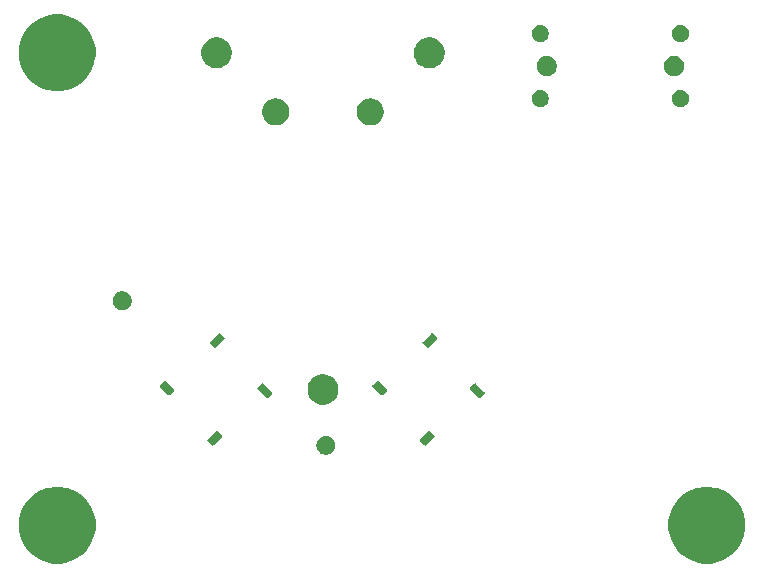
<source format=gbr>
G04 #@! TF.GenerationSoftware,KiCad,Pcbnew,(5.1.5-0)*
G04 #@! TF.CreationDate,2020-09-28T19:51:33-07:00*
G04 #@! TF.ProjectId,Luminometer_ADC,4c756d69-6e6f-46d6-9574-65725f414443,rev?*
G04 #@! TF.SameCoordinates,Original*
G04 #@! TF.FileFunction,Soldermask,Bot*
G04 #@! TF.FilePolarity,Negative*
%FSLAX46Y46*%
G04 Gerber Fmt 4.6, Leading zero omitted, Abs format (unit mm)*
G04 Created by KiCad (PCBNEW (5.1.5-0)) date 2020-09-28 19:51:33*
%MOMM*%
%LPD*%
G04 APERTURE LIST*
%ADD10C,0.100000*%
G04 APERTURE END LIST*
D10*
G36*
X175634239Y-121811467D02*
G01*
X175948282Y-121873934D01*
X176539926Y-122119001D01*
X177072392Y-122474784D01*
X177525216Y-122927608D01*
X177880999Y-123460074D01*
X178126066Y-124051718D01*
X178251000Y-124679804D01*
X178251000Y-125320196D01*
X178126066Y-125948282D01*
X177880999Y-126539926D01*
X177525216Y-127072392D01*
X177072392Y-127525216D01*
X176539926Y-127880999D01*
X175948282Y-128126066D01*
X175634239Y-128188533D01*
X175320197Y-128251000D01*
X174679803Y-128251000D01*
X174365761Y-128188533D01*
X174051718Y-128126066D01*
X173460074Y-127880999D01*
X172927608Y-127525216D01*
X172474784Y-127072392D01*
X172119001Y-126539926D01*
X171873934Y-125948282D01*
X171749000Y-125320196D01*
X171749000Y-124679804D01*
X171873934Y-124051718D01*
X172119001Y-123460074D01*
X172474784Y-122927608D01*
X172927608Y-122474784D01*
X173460074Y-122119001D01*
X174051718Y-121873934D01*
X174365761Y-121811467D01*
X174679803Y-121749000D01*
X175320197Y-121749000D01*
X175634239Y-121811467D01*
G37*
G36*
X120634239Y-121811467D02*
G01*
X120948282Y-121873934D01*
X121539926Y-122119001D01*
X122072392Y-122474784D01*
X122525216Y-122927608D01*
X122880999Y-123460074D01*
X123126066Y-124051718D01*
X123251000Y-124679804D01*
X123251000Y-125320196D01*
X123126066Y-125948282D01*
X122880999Y-126539926D01*
X122525216Y-127072392D01*
X122072392Y-127525216D01*
X121539926Y-127880999D01*
X120948282Y-128126066D01*
X120634239Y-128188533D01*
X120320197Y-128251000D01*
X119679803Y-128251000D01*
X119365761Y-128188533D01*
X119051718Y-128126066D01*
X118460074Y-127880999D01*
X117927608Y-127525216D01*
X117474784Y-127072392D01*
X117119001Y-126539926D01*
X116873934Y-125948282D01*
X116749000Y-125320196D01*
X116749000Y-124679804D01*
X116873934Y-124051718D01*
X117119001Y-123460074D01*
X117474784Y-122927608D01*
X117927608Y-122474784D01*
X118460074Y-122119001D01*
X119051718Y-121873934D01*
X119365761Y-121811467D01*
X119679803Y-121749000D01*
X120320197Y-121749000D01*
X120634239Y-121811467D01*
G37*
G36*
X142981642Y-117466781D02*
G01*
X143107610Y-117518959D01*
X143127416Y-117527163D01*
X143258608Y-117614822D01*
X143370178Y-117726392D01*
X143445814Y-117839590D01*
X143457838Y-117857586D01*
X143518219Y-118003358D01*
X143549000Y-118158107D01*
X143549000Y-118315893D01*
X143518219Y-118470642D01*
X143457838Y-118616414D01*
X143457837Y-118616416D01*
X143370178Y-118747608D01*
X143258608Y-118859178D01*
X143127416Y-118946837D01*
X143127415Y-118946838D01*
X143127414Y-118946838D01*
X142981642Y-119007219D01*
X142826893Y-119038000D01*
X142669107Y-119038000D01*
X142514358Y-119007219D01*
X142368586Y-118946838D01*
X142368585Y-118946838D01*
X142368584Y-118946837D01*
X142237392Y-118859178D01*
X142125822Y-118747608D01*
X142038163Y-118616416D01*
X142038162Y-118616414D01*
X141977781Y-118470642D01*
X141947000Y-118315893D01*
X141947000Y-118158107D01*
X141977781Y-118003358D01*
X142038162Y-117857586D01*
X142050186Y-117839590D01*
X142125822Y-117726392D01*
X142237392Y-117614822D01*
X142368584Y-117527163D01*
X142388390Y-117518959D01*
X142514358Y-117466781D01*
X142669107Y-117436000D01*
X142826893Y-117436000D01*
X142981642Y-117466781D01*
G37*
G36*
X151537639Y-117004979D02*
G01*
X151558720Y-117011375D01*
X151578156Y-117021763D01*
X151599953Y-117039651D01*
X151927858Y-117367556D01*
X151945746Y-117389353D01*
X151956134Y-117408789D01*
X151962530Y-117429870D01*
X151964689Y-117451798D01*
X151962530Y-117473726D01*
X151956134Y-117494807D01*
X151945746Y-117514243D01*
X151927858Y-117536040D01*
X151246399Y-118217499D01*
X151224602Y-118235387D01*
X151205166Y-118245775D01*
X151184085Y-118252171D01*
X151162157Y-118254330D01*
X151140229Y-118252171D01*
X151119148Y-118245775D01*
X151099712Y-118235387D01*
X151077915Y-118217499D01*
X150750010Y-117889594D01*
X150732122Y-117867797D01*
X150721734Y-117848361D01*
X150715338Y-117827280D01*
X150713179Y-117805352D01*
X150715338Y-117783424D01*
X150721734Y-117762343D01*
X150732122Y-117742907D01*
X150750010Y-117721110D01*
X151431469Y-117039651D01*
X151453266Y-117021763D01*
X151472702Y-117011375D01*
X151493783Y-117004979D01*
X151515711Y-117002820D01*
X151537639Y-117004979D01*
G37*
G36*
X133537639Y-117004979D02*
G01*
X133558720Y-117011375D01*
X133578156Y-117021763D01*
X133599953Y-117039651D01*
X133927858Y-117367556D01*
X133945746Y-117389353D01*
X133956134Y-117408789D01*
X133962530Y-117429870D01*
X133964689Y-117451798D01*
X133962530Y-117473726D01*
X133956134Y-117494807D01*
X133945746Y-117514243D01*
X133927858Y-117536040D01*
X133246399Y-118217499D01*
X133224602Y-118235387D01*
X133205166Y-118245775D01*
X133184085Y-118252171D01*
X133162157Y-118254330D01*
X133140229Y-118252171D01*
X133119148Y-118245775D01*
X133099712Y-118235387D01*
X133077915Y-118217499D01*
X132750010Y-117889594D01*
X132732122Y-117867797D01*
X132721734Y-117848361D01*
X132715338Y-117827280D01*
X132713179Y-117805352D01*
X132715338Y-117783424D01*
X132721734Y-117762343D01*
X132732122Y-117742907D01*
X132750010Y-117721110D01*
X133431469Y-117039651D01*
X133453266Y-117021763D01*
X133472702Y-117011375D01*
X133493783Y-117004979D01*
X133515711Y-117002820D01*
X133537639Y-117004979D01*
G37*
G36*
X142879487Y-112248996D02*
G01*
X143116253Y-112347068D01*
X143116255Y-112347069D01*
X143329339Y-112489447D01*
X143510553Y-112670661D01*
X143594977Y-112797010D01*
X143652932Y-112883747D01*
X143751004Y-113120513D01*
X143801000Y-113371861D01*
X143801000Y-113628139D01*
X143751004Y-113879487D01*
X143697138Y-114009530D01*
X143652931Y-114116255D01*
X143510553Y-114329339D01*
X143329339Y-114510553D01*
X143116255Y-114652931D01*
X143116254Y-114652932D01*
X143116253Y-114652932D01*
X142879487Y-114751004D01*
X142628139Y-114801000D01*
X142371861Y-114801000D01*
X142120513Y-114751004D01*
X141883747Y-114652932D01*
X141883746Y-114652932D01*
X141883745Y-114652931D01*
X141670661Y-114510553D01*
X141489447Y-114329339D01*
X141347069Y-114116255D01*
X141302862Y-114009530D01*
X141248996Y-113879487D01*
X141199000Y-113628139D01*
X141199000Y-113371861D01*
X141248996Y-113120513D01*
X141347068Y-112883747D01*
X141405024Y-112797010D01*
X141489447Y-112670661D01*
X141670661Y-112489447D01*
X141883745Y-112347069D01*
X141883747Y-112347068D01*
X142120513Y-112248996D01*
X142371861Y-112199000D01*
X142628139Y-112199000D01*
X142879487Y-112248996D01*
G37*
G36*
X137426726Y-112974470D02*
G01*
X137447807Y-112980866D01*
X137467243Y-112991254D01*
X137489040Y-113009142D01*
X138170499Y-113690601D01*
X138188387Y-113712398D01*
X138198775Y-113731834D01*
X138205171Y-113752915D01*
X138207330Y-113774843D01*
X138205171Y-113796771D01*
X138198775Y-113817852D01*
X138188387Y-113837288D01*
X138170499Y-113859085D01*
X137842594Y-114186990D01*
X137820797Y-114204878D01*
X137801361Y-114215266D01*
X137780280Y-114221662D01*
X137758352Y-114223821D01*
X137736424Y-114221662D01*
X137715343Y-114215266D01*
X137695907Y-114204878D01*
X137674110Y-114186990D01*
X136992651Y-113505531D01*
X136974763Y-113483734D01*
X136964375Y-113464298D01*
X136957979Y-113443217D01*
X136955820Y-113421289D01*
X136957979Y-113399361D01*
X136964375Y-113378280D01*
X136974763Y-113358844D01*
X136992651Y-113337047D01*
X137320556Y-113009142D01*
X137342353Y-112991254D01*
X137361789Y-112980866D01*
X137382870Y-112974470D01*
X137404798Y-112972311D01*
X137426726Y-112974470D01*
G37*
G36*
X155426726Y-112974470D02*
G01*
X155447807Y-112980866D01*
X155467243Y-112991254D01*
X155489040Y-113009142D01*
X156170499Y-113690601D01*
X156188387Y-113712398D01*
X156198775Y-113731834D01*
X156205171Y-113752915D01*
X156207330Y-113774843D01*
X156205171Y-113796771D01*
X156198775Y-113817852D01*
X156188387Y-113837288D01*
X156170499Y-113859085D01*
X155842594Y-114186990D01*
X155820797Y-114204878D01*
X155801361Y-114215266D01*
X155780280Y-114221662D01*
X155758352Y-114223821D01*
X155736424Y-114221662D01*
X155715343Y-114215266D01*
X155695907Y-114204878D01*
X155674110Y-114186990D01*
X154992651Y-113505531D01*
X154974763Y-113483734D01*
X154964375Y-113464298D01*
X154957979Y-113443217D01*
X154955820Y-113421289D01*
X154957979Y-113399361D01*
X154964375Y-113378280D01*
X154974763Y-113358844D01*
X154992651Y-113337047D01*
X155320556Y-113009142D01*
X155342353Y-112991254D01*
X155361789Y-112980866D01*
X155382870Y-112974470D01*
X155404798Y-112972311D01*
X155426726Y-112974470D01*
G37*
G36*
X129153576Y-112762338D02*
G01*
X129174657Y-112768734D01*
X129194093Y-112779122D01*
X129215890Y-112797010D01*
X129897349Y-113478469D01*
X129915237Y-113500266D01*
X129925625Y-113519702D01*
X129932021Y-113540783D01*
X129934180Y-113562711D01*
X129932021Y-113584639D01*
X129925625Y-113605720D01*
X129915237Y-113625156D01*
X129897349Y-113646953D01*
X129569444Y-113974858D01*
X129547647Y-113992746D01*
X129528211Y-114003134D01*
X129507130Y-114009530D01*
X129485202Y-114011689D01*
X129463274Y-114009530D01*
X129442193Y-114003134D01*
X129422757Y-113992746D01*
X129400960Y-113974858D01*
X128719501Y-113293399D01*
X128701613Y-113271602D01*
X128691225Y-113252166D01*
X128684829Y-113231085D01*
X128682670Y-113209157D01*
X128684829Y-113187229D01*
X128691225Y-113166148D01*
X128701613Y-113146712D01*
X128719501Y-113124915D01*
X129047406Y-112797010D01*
X129069203Y-112779122D01*
X129088639Y-112768734D01*
X129109720Y-112762338D01*
X129131648Y-112760179D01*
X129153576Y-112762338D01*
G37*
G36*
X147153576Y-112762338D02*
G01*
X147174657Y-112768734D01*
X147194093Y-112779122D01*
X147215890Y-112797010D01*
X147897349Y-113478469D01*
X147915237Y-113500266D01*
X147925625Y-113519702D01*
X147932021Y-113540783D01*
X147934180Y-113562711D01*
X147932021Y-113584639D01*
X147925625Y-113605720D01*
X147915237Y-113625156D01*
X147897349Y-113646953D01*
X147569444Y-113974858D01*
X147547647Y-113992746D01*
X147528211Y-114003134D01*
X147507130Y-114009530D01*
X147485202Y-114011689D01*
X147463274Y-114009530D01*
X147442193Y-114003134D01*
X147422757Y-113992746D01*
X147400960Y-113974858D01*
X146719501Y-113293399D01*
X146701613Y-113271602D01*
X146691225Y-113252166D01*
X146684829Y-113231085D01*
X146682670Y-113209157D01*
X146684829Y-113187229D01*
X146691225Y-113166148D01*
X146701613Y-113146712D01*
X146719501Y-113124915D01*
X147047406Y-112797010D01*
X147069203Y-112779122D01*
X147088639Y-112768734D01*
X147109720Y-112762338D01*
X147131648Y-112760179D01*
X147153576Y-112762338D01*
G37*
G36*
X133749771Y-108731829D02*
G01*
X133770852Y-108738225D01*
X133790288Y-108748613D01*
X133812085Y-108766501D01*
X134139990Y-109094406D01*
X134157878Y-109116203D01*
X134168266Y-109135639D01*
X134174662Y-109156720D01*
X134176821Y-109178648D01*
X134174662Y-109200576D01*
X134168266Y-109221657D01*
X134157878Y-109241093D01*
X134139990Y-109262890D01*
X133458531Y-109944349D01*
X133436734Y-109962237D01*
X133417298Y-109972625D01*
X133396217Y-109979021D01*
X133374289Y-109981180D01*
X133352361Y-109979021D01*
X133331280Y-109972625D01*
X133311844Y-109962237D01*
X133290047Y-109944349D01*
X132962142Y-109616444D01*
X132944254Y-109594647D01*
X132933866Y-109575211D01*
X132927470Y-109554130D01*
X132925311Y-109532202D01*
X132927470Y-109510274D01*
X132933866Y-109489193D01*
X132944254Y-109469757D01*
X132962142Y-109447960D01*
X133643601Y-108766501D01*
X133665398Y-108748613D01*
X133684834Y-108738225D01*
X133705915Y-108731829D01*
X133727843Y-108729670D01*
X133749771Y-108731829D01*
G37*
G36*
X151749771Y-108731829D02*
G01*
X151770852Y-108738225D01*
X151790288Y-108748613D01*
X151812085Y-108766501D01*
X152139990Y-109094406D01*
X152157878Y-109116203D01*
X152168266Y-109135639D01*
X152174662Y-109156720D01*
X152176821Y-109178648D01*
X152174662Y-109200576D01*
X152168266Y-109221657D01*
X152157878Y-109241093D01*
X152139990Y-109262890D01*
X151458531Y-109944349D01*
X151436734Y-109962237D01*
X151417298Y-109972625D01*
X151396217Y-109979021D01*
X151374289Y-109981180D01*
X151352361Y-109979021D01*
X151331280Y-109972625D01*
X151311844Y-109962237D01*
X151290047Y-109944349D01*
X150962142Y-109616444D01*
X150944254Y-109594647D01*
X150933866Y-109575211D01*
X150927470Y-109554130D01*
X150925311Y-109532202D01*
X150927470Y-109510274D01*
X150933866Y-109489193D01*
X150944254Y-109469757D01*
X150962142Y-109447960D01*
X151643601Y-108766501D01*
X151665398Y-108748613D01*
X151684834Y-108738225D01*
X151705915Y-108731829D01*
X151727843Y-108729670D01*
X151749771Y-108731829D01*
G37*
G36*
X125733642Y-105229781D02*
G01*
X125879414Y-105290162D01*
X125879416Y-105290163D01*
X126010608Y-105377822D01*
X126122178Y-105489392D01*
X126209837Y-105620584D01*
X126209838Y-105620586D01*
X126270219Y-105766358D01*
X126301000Y-105921107D01*
X126301000Y-106078893D01*
X126270219Y-106233642D01*
X126209838Y-106379414D01*
X126209837Y-106379416D01*
X126122178Y-106510608D01*
X126010608Y-106622178D01*
X125879416Y-106709837D01*
X125879415Y-106709838D01*
X125879414Y-106709838D01*
X125733642Y-106770219D01*
X125578893Y-106801000D01*
X125421107Y-106801000D01*
X125266358Y-106770219D01*
X125120586Y-106709838D01*
X125120585Y-106709838D01*
X125120584Y-106709837D01*
X124989392Y-106622178D01*
X124877822Y-106510608D01*
X124790163Y-106379416D01*
X124790162Y-106379414D01*
X124729781Y-106233642D01*
X124699000Y-106078893D01*
X124699000Y-105921107D01*
X124729781Y-105766358D01*
X124790162Y-105620586D01*
X124790163Y-105620584D01*
X124877822Y-105489392D01*
X124989392Y-105377822D01*
X125120584Y-105290163D01*
X125120586Y-105290162D01*
X125266358Y-105229781D01*
X125421107Y-105199000D01*
X125578893Y-105199000D01*
X125733642Y-105229781D01*
G37*
G36*
X146724549Y-88871116D02*
G01*
X146835734Y-88893232D01*
X147045203Y-88979997D01*
X147233720Y-89105960D01*
X147394040Y-89266280D01*
X147520003Y-89454797D01*
X147606768Y-89664266D01*
X147651000Y-89886636D01*
X147651000Y-90113364D01*
X147606768Y-90335734D01*
X147520003Y-90545203D01*
X147394040Y-90733720D01*
X147233720Y-90894040D01*
X147045203Y-91020003D01*
X146835734Y-91106768D01*
X146724549Y-91128884D01*
X146613365Y-91151000D01*
X146386635Y-91151000D01*
X146275451Y-91128884D01*
X146164266Y-91106768D01*
X145954797Y-91020003D01*
X145766280Y-90894040D01*
X145605960Y-90733720D01*
X145479997Y-90545203D01*
X145393232Y-90335734D01*
X145349000Y-90113364D01*
X145349000Y-89886636D01*
X145393232Y-89664266D01*
X145479997Y-89454797D01*
X145605960Y-89266280D01*
X145766280Y-89105960D01*
X145954797Y-88979997D01*
X146164266Y-88893232D01*
X146275451Y-88871116D01*
X146386635Y-88849000D01*
X146613365Y-88849000D01*
X146724549Y-88871116D01*
G37*
G36*
X138724549Y-88871116D02*
G01*
X138835734Y-88893232D01*
X139045203Y-88979997D01*
X139233720Y-89105960D01*
X139394040Y-89266280D01*
X139520003Y-89454797D01*
X139606768Y-89664266D01*
X139651000Y-89886636D01*
X139651000Y-90113364D01*
X139606768Y-90335734D01*
X139520003Y-90545203D01*
X139394040Y-90733720D01*
X139233720Y-90894040D01*
X139045203Y-91020003D01*
X138835734Y-91106768D01*
X138724549Y-91128884D01*
X138613365Y-91151000D01*
X138386635Y-91151000D01*
X138275451Y-91128884D01*
X138164266Y-91106768D01*
X137954797Y-91020003D01*
X137766280Y-90894040D01*
X137605960Y-90733720D01*
X137479997Y-90545203D01*
X137393232Y-90335734D01*
X137349000Y-90113364D01*
X137349000Y-89886636D01*
X137393232Y-89664266D01*
X137479997Y-89454797D01*
X137605960Y-89266280D01*
X137766280Y-89105960D01*
X137954797Y-88979997D01*
X138164266Y-88893232D01*
X138275451Y-88871116D01*
X138386635Y-88849000D01*
X138613365Y-88849000D01*
X138724549Y-88871116D01*
G37*
G36*
X172979766Y-88170899D02*
G01*
X173111888Y-88225626D01*
X173111890Y-88225627D01*
X173230798Y-88305079D01*
X173331921Y-88406202D01*
X173331922Y-88406204D01*
X173411374Y-88525112D01*
X173466101Y-88657234D01*
X173494000Y-88797494D01*
X173494000Y-88940506D01*
X173466101Y-89080766D01*
X173411374Y-89212888D01*
X173411373Y-89212890D01*
X173331921Y-89331798D01*
X173230798Y-89432921D01*
X173111890Y-89512373D01*
X173111889Y-89512374D01*
X173111888Y-89512374D01*
X172979766Y-89567101D01*
X172839506Y-89595000D01*
X172696494Y-89595000D01*
X172556234Y-89567101D01*
X172424112Y-89512374D01*
X172424111Y-89512374D01*
X172424110Y-89512373D01*
X172305202Y-89432921D01*
X172204079Y-89331798D01*
X172124627Y-89212890D01*
X172124626Y-89212888D01*
X172069899Y-89080766D01*
X172042000Y-88940506D01*
X172042000Y-88797494D01*
X172069899Y-88657234D01*
X172124626Y-88525112D01*
X172204078Y-88406204D01*
X172204079Y-88406202D01*
X172305202Y-88305079D01*
X172424110Y-88225627D01*
X172424112Y-88225626D01*
X172556234Y-88170899D01*
X172696494Y-88143000D01*
X172839506Y-88143000D01*
X172979766Y-88170899D01*
G37*
G36*
X161109766Y-88170899D02*
G01*
X161241888Y-88225626D01*
X161241890Y-88225627D01*
X161360798Y-88305079D01*
X161461921Y-88406202D01*
X161461922Y-88406204D01*
X161541374Y-88525112D01*
X161596101Y-88657234D01*
X161624000Y-88797494D01*
X161624000Y-88940506D01*
X161596101Y-89080766D01*
X161541374Y-89212888D01*
X161541373Y-89212890D01*
X161461921Y-89331798D01*
X161360798Y-89432921D01*
X161241890Y-89512373D01*
X161241889Y-89512374D01*
X161241888Y-89512374D01*
X161109766Y-89567101D01*
X160969506Y-89595000D01*
X160826494Y-89595000D01*
X160686234Y-89567101D01*
X160554112Y-89512374D01*
X160554111Y-89512374D01*
X160554110Y-89512373D01*
X160435202Y-89432921D01*
X160334079Y-89331798D01*
X160254627Y-89212890D01*
X160254626Y-89212888D01*
X160199899Y-89080766D01*
X160172000Y-88940506D01*
X160172000Y-88797494D01*
X160199899Y-88657234D01*
X160254626Y-88525112D01*
X160334078Y-88406204D01*
X160334079Y-88406202D01*
X160435202Y-88305079D01*
X160554110Y-88225627D01*
X160554112Y-88225626D01*
X160686234Y-88170899D01*
X160826494Y-88143000D01*
X160969506Y-88143000D01*
X161109766Y-88170899D01*
G37*
G36*
X120634239Y-81811467D02*
G01*
X120948282Y-81873934D01*
X121539926Y-82119001D01*
X122072392Y-82474784D01*
X122525216Y-82927608D01*
X122880999Y-83460074D01*
X123126066Y-84051718D01*
X123129126Y-84067101D01*
X123251000Y-84679803D01*
X123251000Y-85320197D01*
X123242117Y-85364853D01*
X123126066Y-85948282D01*
X122880999Y-86539926D01*
X122525216Y-87072392D01*
X122072392Y-87525216D01*
X121539926Y-87880999D01*
X120948282Y-88126066D01*
X120722891Y-88170899D01*
X120320197Y-88251000D01*
X119679803Y-88251000D01*
X119277109Y-88170899D01*
X119051718Y-88126066D01*
X118460074Y-87880999D01*
X117927608Y-87525216D01*
X117474784Y-87072392D01*
X117119001Y-86539926D01*
X116873934Y-85948282D01*
X116757883Y-85364853D01*
X116749000Y-85320197D01*
X116749000Y-84679803D01*
X116870874Y-84067101D01*
X116873934Y-84051718D01*
X117119001Y-83460074D01*
X117474784Y-82927608D01*
X117927608Y-82474784D01*
X118460074Y-82119001D01*
X119051718Y-81873934D01*
X119365761Y-81811467D01*
X119679803Y-81749000D01*
X120320197Y-81749000D01*
X120634239Y-81811467D01*
G37*
G36*
X161696228Y-85300703D02*
G01*
X161851100Y-85364853D01*
X161990481Y-85457985D01*
X162109015Y-85576519D01*
X162202147Y-85715900D01*
X162266297Y-85870772D01*
X162299000Y-86035184D01*
X162299000Y-86202816D01*
X162266297Y-86367228D01*
X162202147Y-86522100D01*
X162109015Y-86661481D01*
X161990481Y-86780015D01*
X161851100Y-86873147D01*
X161696228Y-86937297D01*
X161531816Y-86970000D01*
X161364184Y-86970000D01*
X161199772Y-86937297D01*
X161044900Y-86873147D01*
X160905519Y-86780015D01*
X160786985Y-86661481D01*
X160693853Y-86522100D01*
X160629703Y-86367228D01*
X160597000Y-86202816D01*
X160597000Y-86035184D01*
X160629703Y-85870772D01*
X160693853Y-85715900D01*
X160786985Y-85576519D01*
X160905519Y-85457985D01*
X161044900Y-85364853D01*
X161199772Y-85300703D01*
X161364184Y-85268000D01*
X161531816Y-85268000D01*
X161696228Y-85300703D01*
G37*
G36*
X172466228Y-85300703D02*
G01*
X172621100Y-85364853D01*
X172760481Y-85457985D01*
X172879015Y-85576519D01*
X172972147Y-85715900D01*
X173036297Y-85870772D01*
X173069000Y-86035184D01*
X173069000Y-86202816D01*
X173036297Y-86367228D01*
X172972147Y-86522100D01*
X172879015Y-86661481D01*
X172760481Y-86780015D01*
X172621100Y-86873147D01*
X172466228Y-86937297D01*
X172301816Y-86970000D01*
X172134184Y-86970000D01*
X171969772Y-86937297D01*
X171814900Y-86873147D01*
X171675519Y-86780015D01*
X171556985Y-86661481D01*
X171463853Y-86522100D01*
X171399703Y-86367228D01*
X171367000Y-86202816D01*
X171367000Y-86035184D01*
X171399703Y-85870772D01*
X171463853Y-85715900D01*
X171556985Y-85576519D01*
X171675519Y-85457985D01*
X171814900Y-85364853D01*
X171969772Y-85300703D01*
X172134184Y-85268000D01*
X172301816Y-85268000D01*
X172466228Y-85300703D01*
G37*
G36*
X133879487Y-83748996D02*
G01*
X134079383Y-83831796D01*
X134116255Y-83847069D01*
X134244742Y-83932921D01*
X134329339Y-83989447D01*
X134510553Y-84170661D01*
X134652932Y-84383747D01*
X134751004Y-84620513D01*
X134801000Y-84871861D01*
X134801000Y-85128139D01*
X134751004Y-85379487D01*
X134718489Y-85457985D01*
X134652931Y-85616255D01*
X134510553Y-85829339D01*
X134329339Y-86010553D01*
X134116255Y-86152931D01*
X134116254Y-86152932D01*
X134116253Y-86152932D01*
X133879487Y-86251004D01*
X133628139Y-86301000D01*
X133371861Y-86301000D01*
X133120513Y-86251004D01*
X132883747Y-86152932D01*
X132883746Y-86152932D01*
X132883745Y-86152931D01*
X132670661Y-86010553D01*
X132489447Y-85829339D01*
X132347069Y-85616255D01*
X132281511Y-85457985D01*
X132248996Y-85379487D01*
X132199000Y-85128139D01*
X132199000Y-84871861D01*
X132248996Y-84620513D01*
X132347068Y-84383747D01*
X132489447Y-84170661D01*
X132670661Y-83989447D01*
X132755258Y-83932921D01*
X132883745Y-83847069D01*
X132920617Y-83831796D01*
X133120513Y-83748996D01*
X133371861Y-83699000D01*
X133628139Y-83699000D01*
X133879487Y-83748996D01*
G37*
G36*
X151879487Y-83748996D02*
G01*
X152079383Y-83831796D01*
X152116255Y-83847069D01*
X152244742Y-83932921D01*
X152329339Y-83989447D01*
X152510553Y-84170661D01*
X152652932Y-84383747D01*
X152751004Y-84620513D01*
X152801000Y-84871861D01*
X152801000Y-85128139D01*
X152751004Y-85379487D01*
X152718489Y-85457985D01*
X152652931Y-85616255D01*
X152510553Y-85829339D01*
X152329339Y-86010553D01*
X152116255Y-86152931D01*
X152116254Y-86152932D01*
X152116253Y-86152932D01*
X151879487Y-86251004D01*
X151628139Y-86301000D01*
X151371861Y-86301000D01*
X151120513Y-86251004D01*
X150883747Y-86152932D01*
X150883746Y-86152932D01*
X150883745Y-86152931D01*
X150670661Y-86010553D01*
X150489447Y-85829339D01*
X150347069Y-85616255D01*
X150281511Y-85457985D01*
X150248996Y-85379487D01*
X150199000Y-85128139D01*
X150199000Y-84871861D01*
X150248996Y-84620513D01*
X150347068Y-84383747D01*
X150489447Y-84170661D01*
X150670661Y-83989447D01*
X150755258Y-83932921D01*
X150883745Y-83847069D01*
X150920617Y-83831796D01*
X151120513Y-83748996D01*
X151371861Y-83699000D01*
X151628139Y-83699000D01*
X151879487Y-83748996D01*
G37*
G36*
X161109766Y-82670899D02*
G01*
X161241888Y-82725626D01*
X161241890Y-82725627D01*
X161360798Y-82805079D01*
X161461921Y-82906202D01*
X161541373Y-83025110D01*
X161541374Y-83025112D01*
X161596101Y-83157234D01*
X161624000Y-83297494D01*
X161624000Y-83440506D01*
X161596101Y-83580766D01*
X161541374Y-83712888D01*
X161541373Y-83712890D01*
X161461921Y-83831798D01*
X161360798Y-83932921D01*
X161241890Y-84012373D01*
X161241889Y-84012374D01*
X161241888Y-84012374D01*
X161109766Y-84067101D01*
X160969506Y-84095000D01*
X160826494Y-84095000D01*
X160686234Y-84067101D01*
X160554112Y-84012374D01*
X160554111Y-84012374D01*
X160554110Y-84012373D01*
X160435202Y-83932921D01*
X160334079Y-83831798D01*
X160254627Y-83712890D01*
X160254626Y-83712888D01*
X160199899Y-83580766D01*
X160172000Y-83440506D01*
X160172000Y-83297494D01*
X160199899Y-83157234D01*
X160254626Y-83025112D01*
X160254627Y-83025110D01*
X160334079Y-82906202D01*
X160435202Y-82805079D01*
X160554110Y-82725627D01*
X160554112Y-82725626D01*
X160686234Y-82670899D01*
X160826494Y-82643000D01*
X160969506Y-82643000D01*
X161109766Y-82670899D01*
G37*
G36*
X172979766Y-82670899D02*
G01*
X173111888Y-82725626D01*
X173111890Y-82725627D01*
X173230798Y-82805079D01*
X173331921Y-82906202D01*
X173411373Y-83025110D01*
X173411374Y-83025112D01*
X173466101Y-83157234D01*
X173494000Y-83297494D01*
X173494000Y-83440506D01*
X173466101Y-83580766D01*
X173411374Y-83712888D01*
X173411373Y-83712890D01*
X173331921Y-83831798D01*
X173230798Y-83932921D01*
X173111890Y-84012373D01*
X173111889Y-84012374D01*
X173111888Y-84012374D01*
X172979766Y-84067101D01*
X172839506Y-84095000D01*
X172696494Y-84095000D01*
X172556234Y-84067101D01*
X172424112Y-84012374D01*
X172424111Y-84012374D01*
X172424110Y-84012373D01*
X172305202Y-83932921D01*
X172204079Y-83831798D01*
X172124627Y-83712890D01*
X172124626Y-83712888D01*
X172069899Y-83580766D01*
X172042000Y-83440506D01*
X172042000Y-83297494D01*
X172069899Y-83157234D01*
X172124626Y-83025112D01*
X172124627Y-83025110D01*
X172204079Y-82906202D01*
X172305202Y-82805079D01*
X172424110Y-82725627D01*
X172424112Y-82725626D01*
X172556234Y-82670899D01*
X172696494Y-82643000D01*
X172839506Y-82643000D01*
X172979766Y-82670899D01*
G37*
M02*

</source>
